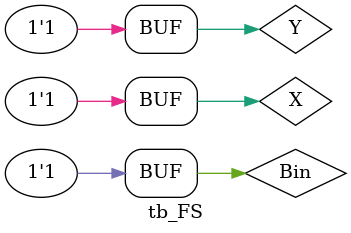
<source format=v>
module tb_FS;

reg X, Y, Bin;
wire Bout, D;

FS myFS (Bout, D, X, Y, Bin);

initial
begin

X=0; Y=0; Bin=0; #1
X=0; Y=0; Bin=1; #1
X=0; Y=1; Bin=0; #1
X=0; Y=1; Bin=1; #1

X=1; Y=0; Bin=0; #1
X=1; Y=0; Bin=1; #1
X=1; Y=1; Bin=0; #1
X=1; Y=1; Bin=1; #1;

end
endmodule
</source>
